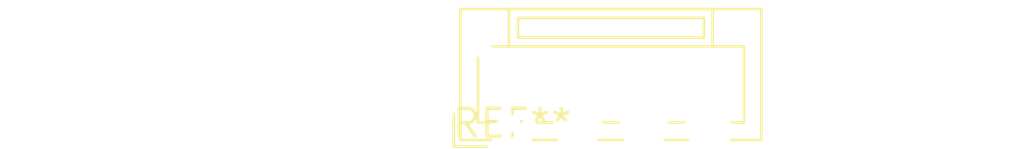
<source format=kicad_pcb>
(kicad_pcb (version 20240108) (generator pcbnew)
  (layers (0 "F.Cu" signal) (31 "B.Cu" signal) (34 "B.Paste" user) (35 "F.Paste" user) (36 "B.SilkS" user "B.Silkscreen") (37 "F.SilkS" user "F.Silkscreen") (38 "B.Mask" user) (39 "F.Mask" user) (44 "Edge.Cuts" user))
  (net 0 "")
  (footprint "JST_ZE_B07B-ZESK-1D_1x07_P1.50mm_Vertical" (layer "F.Cu") (at 0 0)
    (property "Reference" "REF**")
    (property "Value" "JST_ZE_B07B-ZESK-1D_1x07_P1.50mm_Vertical")
    (fp_line (start -2.66 -0.44) (end -2.66 1.06) (layer "F.SilkS") (stroke (width 0.12)))
    (fp_line (start -2.66 1.06) (end -1.16 1.06) (layer "F.SilkS") (stroke (width 0.12)))
    (fp_line (start -2.36 -5.21) (end 11.36 -5.21) (layer "F.SilkS") (stroke (width 0.12)))
    (fp_line (start -2.36 0.76) (end -2.36 -5.21) (layer "F.SilkS") (stroke (width 0.12)))
    (fp_line (start -1.56 -3) (end -1.56 -0.04) (layer "F.SilkS") (stroke (width 0.12)))
    (fp_line (start -1.56 -0.04) (end -1 -0.04) (layer "F.SilkS") (stroke (width 0.12)))
    (fp_line (start -0.96 0.76) (end -2.36 0.76) (layer "F.SilkS") (stroke (width 0.12)))
    (fp_line (start -0.14 -5.21) (end -0.14 -3.51) (layer "F.SilkS") (stroke (width 0.12)))
    (fp_line (start -0.14 -3.51) (end -0.9 -3.51) (layer "F.SilkS") (stroke (width 0.12)))
    (fp_line (start -0.14 -3.51) (end 9.14 -3.51) (layer "F.SilkS") (stroke (width 0.12)))
    (fp_line (start 0.26 -4.81) (end 0.26 -3.91) (layer "F.SilkS") (stroke (width 0.12)))
    (fp_line (start 0.26 -3.91) (end 8.74 -3.91) (layer "F.SilkS") (stroke (width 0.12)))
    (fp_line (start 0.96 0.76) (end 2.04 0.76) (layer "F.SilkS") (stroke (width 0.12)))
    (fp_line (start 1.135 -0.04) (end 1.865 -0.04) (layer "F.SilkS") (stroke (width 0.12)))
    (fp_line (start 3.96 0.76) (end 5.04 0.76) (layer "F.SilkS") (stroke (width 0.12)))
    (fp_line (start 4.135 -0.04) (end 4.865 -0.04) (layer "F.SilkS") (stroke (width 0.12)))
    (fp_line (start 6.96 0.76) (end 8.04 0.76) (layer "F.SilkS") (stroke (width 0.12)))
    (fp_line (start 7.135 -0.04) (end 7.865 -0.04) (layer "F.SilkS") (stroke (width 0.12)))
    (fp_line (start 8.74 -4.81) (end 0.26 -4.81) (layer "F.SilkS") (stroke (width 0.12)))
    (fp_line (start 8.74 -3.91) (end 8.74 -4.81) (layer "F.SilkS") (stroke (width 0.12)))
    (fp_line (start 9.14 -5.21) (end -0.14 -5.21) (layer "F.SilkS") (stroke (width 0.12)))
    (fp_line (start 9.14 -3.51) (end 9.14 -5.21) (layer "F.SilkS") (stroke (width 0.12)))
    (fp_line (start 9.14 -3.51) (end 10.56 -3.51) (layer "F.SilkS") (stroke (width 0.12)))
    (fp_line (start 10.56 -3.51) (end 10.56 -0.04) (layer "F.SilkS") (stroke (width 0.12)))
    (fp_line (start 10.56 -0.04) (end 10 -0.04) (layer "F.SilkS") (stroke (width 0.12)))
    (fp_line (start 11.36 -5.21) (end 11.36 0.76) (layer "F.SilkS") (stroke (width 0.12)))
    (fp_line (start 11.36 0.76) (end 9.96 0.76) (layer "F.SilkS") (stroke (width 0.12)))
    (pad "" np_thru_hole circle (at -1.65 -3.8) (size 0.85 0.85) (drill 0.85) (layers *.Cu *.Mask))
    (pad "1" thru_hole custom (at 0 0) (size 1.117157 1.117157) (drill 0.75) (layers *.Cu *.Mask) (remove_unused_layers) (options (clearance outline) (anchor circle)) (primitives (gr_poly (pts (xy 0.45 -0.225) (xy 0.45 0.625) (xy -0.45 0.625) (xy -0.45 -0.625) (xy 0.05 -0.625)) (width 0.5) (fill yes))))
    (pad "2" thru_hole oval (at 1.5 -2) (size 1.4 1.75) (drill 0.75) (layers *.Cu *.Mask) (remove_unused_layers))
    (pad "3" thru_hole oval (at 3 0) (size 1.4 1.75) (drill 0.75) (layers *.Cu *.Mask) (remove_unused_layers))
    (pad "4" thru_hole oval (at 4.5 -2) (size 1.4 1.75) (drill 0.75) (layers *.Cu *.Mask) (remove_unused_layers))
    (pad "5" thru_hole oval (at 6 0) (size 1.4 1.75) (drill 0.75) (layers *.Cu *.Mask) (remove_unused_layers))
    (pad "6" thru_hole oval (at 7.5 -2) (size 1.4 1.75) (drill 0.75) (layers *.Cu *.Mask) (remove_unused_layers))
    (pad "7" thru_hole oval (at 9 0) (size 1.4 1.75) (drill 0.75) (layers *.Cu *.Mask) (remove_unused_layers))
  )
)
</source>
